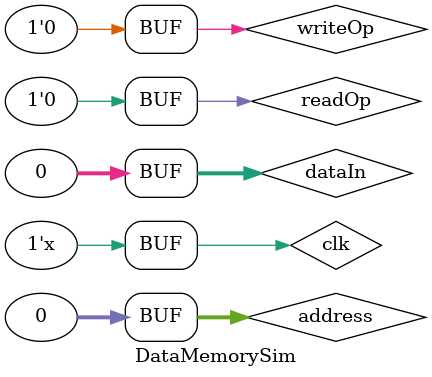
<source format=v>
`timescale 1ns / 1ps

module DataMemorySim();
    reg clk;
    reg readOp;
    reg writeOp;
    reg [31:0] address;
    reg [31:0] dataIn;

    wire [31:0] dataOut;

    DataMemory ram(
        .clk(clk),
        .readOp(readOp),
        .writeOp(writeOp),
        .address(address),
        .dataIn(dataIn),
        .dataOut(dataOut)
    );

    always #15 clk = ~clk;

    initial begin
        clk = 0;
        address = 0;
        dataIn = 0;
        readOp = 0;
        writeOp = 0;

        // write
        #30
        address = 8;
        dataIn = 8;
        readOp = 0;
        writeOp = 1;

        // write
        #30
        address = 12;
        dataIn = 12;
        readOp = 0;
        writeOp = 1;

        // read
        #30
        address = 8;
        readOp = 1;
        writeOp = 0;

        // read
        #30
        address = 12;
        readOp = 1;
        writeOp = 0;

        // reset
        #30
        address = 0;
        dataIn = 0;
        readOp = 0;
        writeOp = 0;
    end
endmodule

</source>
